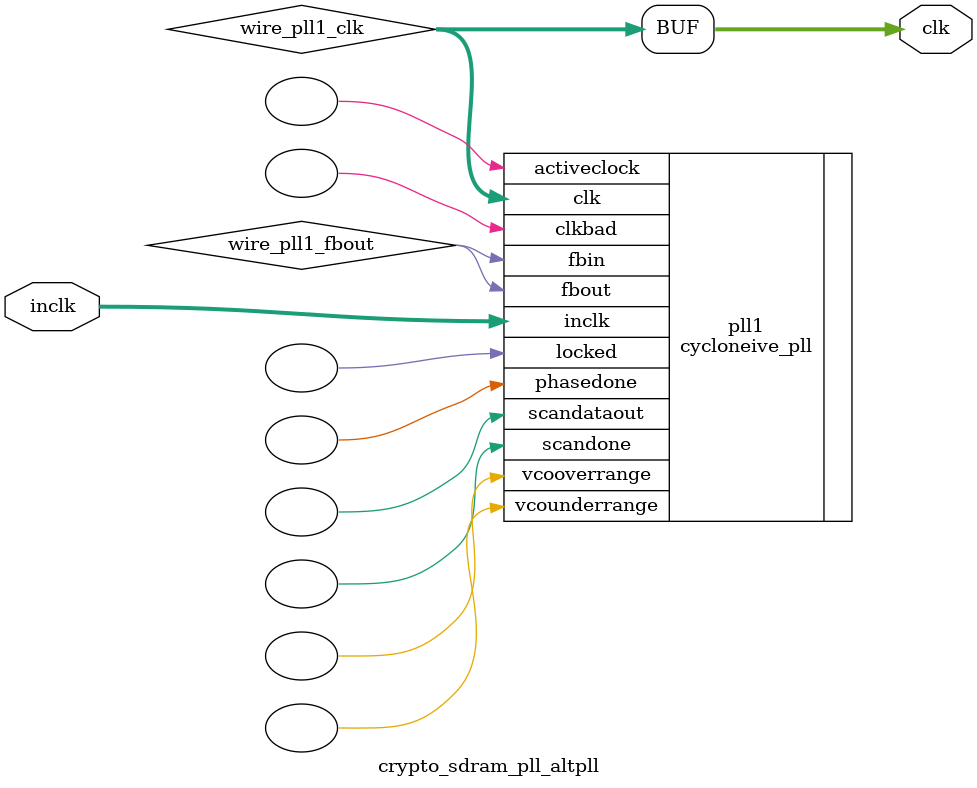
<source format=v>






//synthesis_resources = cycloneive_pll 1 
//synopsys translate_off
`timescale 1 ps / 1 ps
//synopsys translate_on
module  crypto_sdram_pll_altpll
	( 
	clk,
	inclk) /* synthesis synthesis_clearbox=1 */;
	output   [4:0]  clk;
	input   [1:0]  inclk;
`ifndef ALTERA_RESERVED_QIS
// synopsys translate_off
`endif
	tri0   [1:0]  inclk;
`ifndef ALTERA_RESERVED_QIS
// synopsys translate_on
`endif

	wire  [4:0]   wire_pll1_clk;
	wire  wire_pll1_fbout;

	cycloneive_pll   pll1
	( 
	.activeclock(),
	.clk(wire_pll1_clk),
	.clkbad(),
	.fbin(wire_pll1_fbout),
	.fbout(wire_pll1_fbout),
	.inclk(inclk),
	.locked(),
	.phasedone(),
	.scandataout(),
	.scandone(),
	.vcooverrange(),
	.vcounderrange()
	`ifndef FORMAL_VERIFICATION
	// synopsys translate_off
	`endif
	,
	.areset(1'b0),
	.clkswitch(1'b0),
	.configupdate(1'b0),
	.pfdena(1'b1),
	.phasecounterselect({3{1'b0}}),
	.phasestep(1'b0),
	.phaseupdown(1'b0),
	.scanclk(1'b0),
	.scanclkena(1'b1),
	.scandata(1'b0)
	`ifndef FORMAL_VERIFICATION
	// synopsys translate_on
	`endif
	);
	defparam
		pll1.bandwidth_type = "auto",
		pll1.clk0_divide_by = 1,
		pll1.clk0_duty_cycle = 50,
		pll1.clk0_multiply_by = 1,
		pll1.clk0_phase_shift = "-3000",
		pll1.compensate_clock = "clk0",
		pll1.inclk0_input_frequency = 20000,
		pll1.operation_mode = "normal",
		pll1.pll_type = "auto",
		pll1.lpm_type = "cycloneive_pll";
	assign
		clk = {wire_pll1_clk[4:0]};
endmodule //crypto_sdram_pll_altpll
//VALID FILE

</source>
